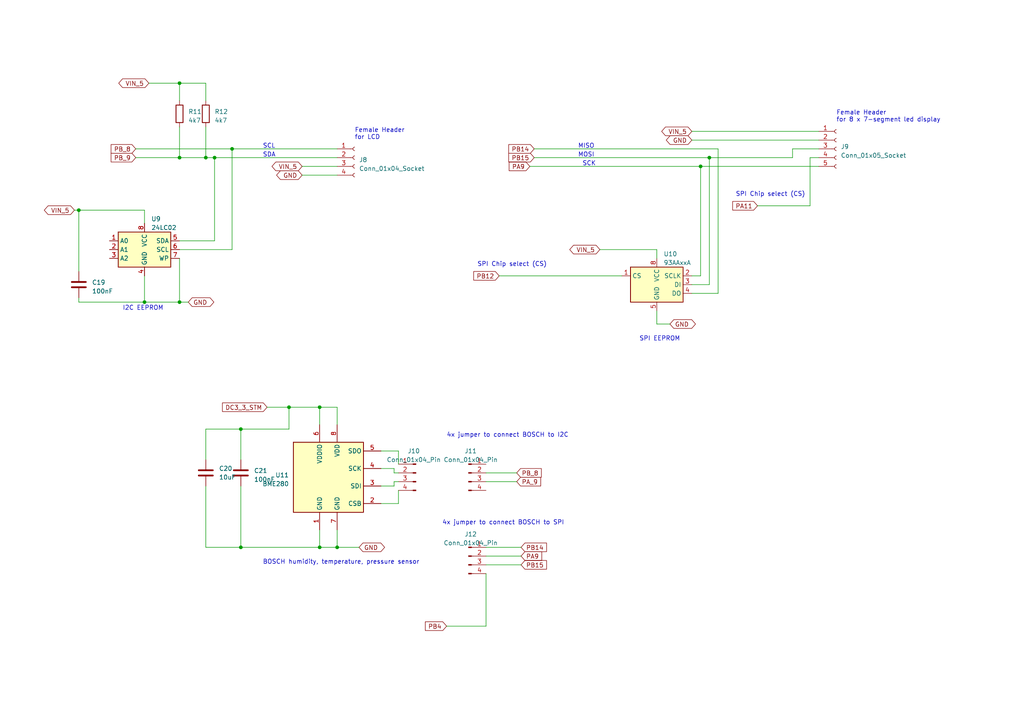
<source format=kicad_sch>
(kicad_sch (version 20230121) (generator eeschema)

  (uuid 3f3a8a15-31e3-42b8-8eea-5b0d1ebc5744)

  (paper "A4")

  (lib_symbols
    (symbol "Connector:Conn_01x04_Pin" (pin_names (offset 1.016) hide) (in_bom yes) (on_board yes)
      (property "Reference" "J" (at 0 5.08 0)
        (effects (font (size 1.27 1.27)))
      )
      (property "Value" "Conn_01x04_Pin" (at 0 -7.62 0)
        (effects (font (size 1.27 1.27)))
      )
      (property "Footprint" "" (at 0 0 0)
        (effects (font (size 1.27 1.27)) hide)
      )
      (property "Datasheet" "~" (at 0 0 0)
        (effects (font (size 1.27 1.27)) hide)
      )
      (property "ki_locked" "" (at 0 0 0)
        (effects (font (size 1.27 1.27)))
      )
      (property "ki_keywords" "connector" (at 0 0 0)
        (effects (font (size 1.27 1.27)) hide)
      )
      (property "ki_description" "Generic connector, single row, 01x04, script generated" (at 0 0 0)
        (effects (font (size 1.27 1.27)) hide)
      )
      (property "ki_fp_filters" "Connector*:*_1x??_*" (at 0 0 0)
        (effects (font (size 1.27 1.27)) hide)
      )
      (symbol "Conn_01x04_Pin_1_1"
        (polyline
          (pts
            (xy 1.27 -5.08)
            (xy 0.8636 -5.08)
          )
          (stroke (width 0.1524) (type default))
          (fill (type none))
        )
        (polyline
          (pts
            (xy 1.27 -2.54)
            (xy 0.8636 -2.54)
          )
          (stroke (width 0.1524) (type default))
          (fill (type none))
        )
        (polyline
          (pts
            (xy 1.27 0)
            (xy 0.8636 0)
          )
          (stroke (width 0.1524) (type default))
          (fill (type none))
        )
        (polyline
          (pts
            (xy 1.27 2.54)
            (xy 0.8636 2.54)
          )
          (stroke (width 0.1524) (type default))
          (fill (type none))
        )
        (rectangle (start 0.8636 -4.953) (end 0 -5.207)
          (stroke (width 0.1524) (type default))
          (fill (type outline))
        )
        (rectangle (start 0.8636 -2.413) (end 0 -2.667)
          (stroke (width 0.1524) (type default))
          (fill (type outline))
        )
        (rectangle (start 0.8636 0.127) (end 0 -0.127)
          (stroke (width 0.1524) (type default))
          (fill (type outline))
        )
        (rectangle (start 0.8636 2.667) (end 0 2.413)
          (stroke (width 0.1524) (type default))
          (fill (type outline))
        )
        (pin passive line (at 5.08 2.54 180) (length 3.81)
          (name "Pin_1" (effects (font (size 1.27 1.27))))
          (number "1" (effects (font (size 1.27 1.27))))
        )
        (pin passive line (at 5.08 0 180) (length 3.81)
          (name "Pin_2" (effects (font (size 1.27 1.27))))
          (number "2" (effects (font (size 1.27 1.27))))
        )
        (pin passive line (at 5.08 -2.54 180) (length 3.81)
          (name "Pin_3" (effects (font (size 1.27 1.27))))
          (number "3" (effects (font (size 1.27 1.27))))
        )
        (pin passive line (at 5.08 -5.08 180) (length 3.81)
          (name "Pin_4" (effects (font (size 1.27 1.27))))
          (number "4" (effects (font (size 1.27 1.27))))
        )
      )
    )
    (symbol "Connector:Conn_01x04_Socket" (pin_names (offset 1.016) hide) (in_bom yes) (on_board yes)
      (property "Reference" "J" (at 0 5.08 0)
        (effects (font (size 1.27 1.27)))
      )
      (property "Value" "Conn_01x04_Socket" (at 0 -7.62 0)
        (effects (font (size 1.27 1.27)))
      )
      (property "Footprint" "" (at 0 0 0)
        (effects (font (size 1.27 1.27)) hide)
      )
      (property "Datasheet" "~" (at 0 0 0)
        (effects (font (size 1.27 1.27)) hide)
      )
      (property "ki_locked" "" (at 0 0 0)
        (effects (font (size 1.27 1.27)))
      )
      (property "ki_keywords" "connector" (at 0 0 0)
        (effects (font (size 1.27 1.27)) hide)
      )
      (property "ki_description" "Generic connector, single row, 01x04, script generated" (at 0 0 0)
        (effects (font (size 1.27 1.27)) hide)
      )
      (property "ki_fp_filters" "Connector*:*_1x??_*" (at 0 0 0)
        (effects (font (size 1.27 1.27)) hide)
      )
      (symbol "Conn_01x04_Socket_1_1"
        (arc (start 0 -4.572) (mid -0.5058 -5.08) (end 0 -5.588)
          (stroke (width 0.1524) (type default))
          (fill (type none))
        )
        (arc (start 0 -2.032) (mid -0.5058 -2.54) (end 0 -3.048)
          (stroke (width 0.1524) (type default))
          (fill (type none))
        )
        (polyline
          (pts
            (xy -1.27 -5.08)
            (xy -0.508 -5.08)
          )
          (stroke (width 0.1524) (type default))
          (fill (type none))
        )
        (polyline
          (pts
            (xy -1.27 -2.54)
            (xy -0.508 -2.54)
          )
          (stroke (width 0.1524) (type default))
          (fill (type none))
        )
        (polyline
          (pts
            (xy -1.27 0)
            (xy -0.508 0)
          )
          (stroke (width 0.1524) (type default))
          (fill (type none))
        )
        (polyline
          (pts
            (xy -1.27 2.54)
            (xy -0.508 2.54)
          )
          (stroke (width 0.1524) (type default))
          (fill (type none))
        )
        (arc (start 0 0.508) (mid -0.5058 0) (end 0 -0.508)
          (stroke (width 0.1524) (type default))
          (fill (type none))
        )
        (arc (start 0 3.048) (mid -0.5058 2.54) (end 0 2.032)
          (stroke (width 0.1524) (type default))
          (fill (type none))
        )
        (pin passive line (at -5.08 2.54 0) (length 3.81)
          (name "Pin_1" (effects (font (size 1.27 1.27))))
          (number "1" (effects (font (size 1.27 1.27))))
        )
        (pin passive line (at -5.08 0 0) (length 3.81)
          (name "Pin_2" (effects (font (size 1.27 1.27))))
          (number "2" (effects (font (size 1.27 1.27))))
        )
        (pin passive line (at -5.08 -2.54 0) (length 3.81)
          (name "Pin_3" (effects (font (size 1.27 1.27))))
          (number "3" (effects (font (size 1.27 1.27))))
        )
        (pin passive line (at -5.08 -5.08 0) (length 3.81)
          (name "Pin_4" (effects (font (size 1.27 1.27))))
          (number "4" (effects (font (size 1.27 1.27))))
        )
      )
    )
    (symbol "Connector:Conn_01x05_Socket" (pin_names (offset 1.016) hide) (in_bom yes) (on_board yes)
      (property "Reference" "J" (at 0 7.62 0)
        (effects (font (size 1.27 1.27)))
      )
      (property "Value" "Conn_01x05_Socket" (at 0 -7.62 0)
        (effects (font (size 1.27 1.27)))
      )
      (property "Footprint" "" (at 0 0 0)
        (effects (font (size 1.27 1.27)) hide)
      )
      (property "Datasheet" "~" (at 0 0 0)
        (effects (font (size 1.27 1.27)) hide)
      )
      (property "ki_locked" "" (at 0 0 0)
        (effects (font (size 1.27 1.27)))
      )
      (property "ki_keywords" "connector" (at 0 0 0)
        (effects (font (size 1.27 1.27)) hide)
      )
      (property "ki_description" "Generic connector, single row, 01x05, script generated" (at 0 0 0)
        (effects (font (size 1.27 1.27)) hide)
      )
      (property "ki_fp_filters" "Connector*:*_1x??_*" (at 0 0 0)
        (effects (font (size 1.27 1.27)) hide)
      )
      (symbol "Conn_01x05_Socket_1_1"
        (arc (start 0 -4.572) (mid -0.5058 -5.08) (end 0 -5.588)
          (stroke (width 0.1524) (type default))
          (fill (type none))
        )
        (arc (start 0 -2.032) (mid -0.5058 -2.54) (end 0 -3.048)
          (stroke (width 0.1524) (type default))
          (fill (type none))
        )
        (polyline
          (pts
            (xy -1.27 -5.08)
            (xy -0.508 -5.08)
          )
          (stroke (width 0.1524) (type default))
          (fill (type none))
        )
        (polyline
          (pts
            (xy -1.27 -2.54)
            (xy -0.508 -2.54)
          )
          (stroke (width 0.1524) (type default))
          (fill (type none))
        )
        (polyline
          (pts
            (xy -1.27 0)
            (xy -0.508 0)
          )
          (stroke (width 0.1524) (type default))
          (fill (type none))
        )
        (polyline
          (pts
            (xy -1.27 2.54)
            (xy -0.508 2.54)
          )
          (stroke (width 0.1524) (type default))
          (fill (type none))
        )
        (polyline
          (pts
            (xy -1.27 5.08)
            (xy -0.508 5.08)
          )
          (stroke (width 0.1524) (type default))
          (fill (type none))
        )
        (arc (start 0 0.508) (mid -0.5058 0) (end 0 -0.508)
          (stroke (width 0.1524) (type default))
          (fill (type none))
        )
        (arc (start 0 3.048) (mid -0.5058 2.54) (end 0 2.032)
          (stroke (width 0.1524) (type default))
          (fill (type none))
        )
        (arc (start 0 5.588) (mid -0.5058 5.08) (end 0 4.572)
          (stroke (width 0.1524) (type default))
          (fill (type none))
        )
        (pin passive line (at -5.08 5.08 0) (length 3.81)
          (name "Pin_1" (effects (font (size 1.27 1.27))))
          (number "1" (effects (font (size 1.27 1.27))))
        )
        (pin passive line (at -5.08 2.54 0) (length 3.81)
          (name "Pin_2" (effects (font (size 1.27 1.27))))
          (number "2" (effects (font (size 1.27 1.27))))
        )
        (pin passive line (at -5.08 0 0) (length 3.81)
          (name "Pin_3" (effects (font (size 1.27 1.27))))
          (number "3" (effects (font (size 1.27 1.27))))
        )
        (pin passive line (at -5.08 -2.54 0) (length 3.81)
          (name "Pin_4" (effects (font (size 1.27 1.27))))
          (number "4" (effects (font (size 1.27 1.27))))
        )
        (pin passive line (at -5.08 -5.08 0) (length 3.81)
          (name "Pin_5" (effects (font (size 1.27 1.27))))
          (number "5" (effects (font (size 1.27 1.27))))
        )
      )
    )
    (symbol "Device:C" (pin_numbers hide) (pin_names (offset 0.254)) (in_bom yes) (on_board yes)
      (property "Reference" "C" (at 0.635 2.54 0)
        (effects (font (size 1.27 1.27)) (justify left))
      )
      (property "Value" "C" (at 0.635 -2.54 0)
        (effects (font (size 1.27 1.27)) (justify left))
      )
      (property "Footprint" "" (at 0.9652 -3.81 0)
        (effects (font (size 1.27 1.27)) hide)
      )
      (property "Datasheet" "~" (at 0 0 0)
        (effects (font (size 1.27 1.27)) hide)
      )
      (property "ki_keywords" "cap capacitor" (at 0 0 0)
        (effects (font (size 1.27 1.27)) hide)
      )
      (property "ki_description" "Unpolarized capacitor" (at 0 0 0)
        (effects (font (size 1.27 1.27)) hide)
      )
      (property "ki_fp_filters" "C_*" (at 0 0 0)
        (effects (font (size 1.27 1.27)) hide)
      )
      (symbol "C_0_1"
        (polyline
          (pts
            (xy -2.032 -0.762)
            (xy 2.032 -0.762)
          )
          (stroke (width 0.508) (type default))
          (fill (type none))
        )
        (polyline
          (pts
            (xy -2.032 0.762)
            (xy 2.032 0.762)
          )
          (stroke (width 0.508) (type default))
          (fill (type none))
        )
      )
      (symbol "C_1_1"
        (pin passive line (at 0 3.81 270) (length 2.794)
          (name "~" (effects (font (size 1.27 1.27))))
          (number "1" (effects (font (size 1.27 1.27))))
        )
        (pin passive line (at 0 -3.81 90) (length 2.794)
          (name "~" (effects (font (size 1.27 1.27))))
          (number "2" (effects (font (size 1.27 1.27))))
        )
      )
    )
    (symbol "Device:R" (pin_numbers hide) (pin_names (offset 0)) (in_bom yes) (on_board yes)
      (property "Reference" "R" (at 2.032 0 90)
        (effects (font (size 1.27 1.27)))
      )
      (property "Value" "R" (at 0 0 90)
        (effects (font (size 1.27 1.27)))
      )
      (property "Footprint" "" (at -1.778 0 90)
        (effects (font (size 1.27 1.27)) hide)
      )
      (property "Datasheet" "~" (at 0 0 0)
        (effects (font (size 1.27 1.27)) hide)
      )
      (property "ki_keywords" "R res resistor" (at 0 0 0)
        (effects (font (size 1.27 1.27)) hide)
      )
      (property "ki_description" "Resistor" (at 0 0 0)
        (effects (font (size 1.27 1.27)) hide)
      )
      (property "ki_fp_filters" "R_*" (at 0 0 0)
        (effects (font (size 1.27 1.27)) hide)
      )
      (symbol "R_0_1"
        (rectangle (start -1.016 -2.54) (end 1.016 2.54)
          (stroke (width 0.254) (type default))
          (fill (type none))
        )
      )
      (symbol "R_1_1"
        (pin passive line (at 0 3.81 270) (length 1.27)
          (name "~" (effects (font (size 1.27 1.27))))
          (number "1" (effects (font (size 1.27 1.27))))
        )
        (pin passive line (at 0 -3.81 90) (length 1.27)
          (name "~" (effects (font (size 1.27 1.27))))
          (number "2" (effects (font (size 1.27 1.27))))
        )
      )
    )
    (symbol "Memory_EEPROM:24LC02" (in_bom yes) (on_board yes)
      (property "Reference" "U" (at -6.35 6.35 0)
        (effects (font (size 1.27 1.27)))
      )
      (property "Value" "24LC02" (at 1.27 6.35 0)
        (effects (font (size 1.27 1.27)) (justify left))
      )
      (property "Footprint" "" (at 0 0 0)
        (effects (font (size 1.27 1.27)) hide)
      )
      (property "Datasheet" "http://ww1.microchip.com/downloads/en/DeviceDoc/21709c.pdf" (at 0 0 0)
        (effects (font (size 1.27 1.27)) hide)
      )
      (property "ki_keywords" "I2C Serial EEPROM" (at 0 0 0)
        (effects (font (size 1.27 1.27)) hide)
      )
      (property "ki_description" "I2C Serial EEPROM, 2Kb, DIP-8/SOIC-8/TSSOP-8/DFN-8" (at 0 0 0)
        (effects (font (size 1.27 1.27)) hide)
      )
      (property "ki_fp_filters" "DIP*W7.62mm* SOIC*3.9x4.9mm* TSSOP*4.4x3mm*P0.65mm* DFN*3x2mm*P0.5mm*" (at 0 0 0)
        (effects (font (size 1.27 1.27)) hide)
      )
      (symbol "24LC02_1_1"
        (rectangle (start -7.62 5.08) (end 7.62 -5.08)
          (stroke (width 0.254) (type default))
          (fill (type background))
        )
        (pin input line (at -10.16 2.54 0) (length 2.54)
          (name "A0" (effects (font (size 1.27 1.27))))
          (number "1" (effects (font (size 1.27 1.27))))
        )
        (pin input line (at -10.16 0 0) (length 2.54)
          (name "A1" (effects (font (size 1.27 1.27))))
          (number "2" (effects (font (size 1.27 1.27))))
        )
        (pin input line (at -10.16 -2.54 0) (length 2.54)
          (name "A2" (effects (font (size 1.27 1.27))))
          (number "3" (effects (font (size 1.27 1.27))))
        )
        (pin power_in line (at 0 -7.62 90) (length 2.54)
          (name "GND" (effects (font (size 1.27 1.27))))
          (number "4" (effects (font (size 1.27 1.27))))
        )
        (pin bidirectional line (at 10.16 2.54 180) (length 2.54)
          (name "SDA" (effects (font (size 1.27 1.27))))
          (number "5" (effects (font (size 1.27 1.27))))
        )
        (pin input line (at 10.16 0 180) (length 2.54)
          (name "SCL" (effects (font (size 1.27 1.27))))
          (number "6" (effects (font (size 1.27 1.27))))
        )
        (pin input line (at 10.16 -2.54 180) (length 2.54)
          (name "WP" (effects (font (size 1.27 1.27))))
          (number "7" (effects (font (size 1.27 1.27))))
        )
        (pin power_in line (at 0 7.62 270) (length 2.54)
          (name "VCC" (effects (font (size 1.27 1.27))))
          (number "8" (effects (font (size 1.27 1.27))))
        )
      )
    )
    (symbol "Memory_EEPROM:93AAxxA" (in_bom yes) (on_board yes)
      (property "Reference" "U" (at -7.62 6.35 0)
        (effects (font (size 1.27 1.27)))
      )
      (property "Value" "93AAxxA" (at 2.54 -6.35 0)
        (effects (font (size 1.27 1.27)) (justify left))
      )
      (property "Footprint" "" (at 0 0 0)
        (effects (font (size 1.27 1.27)) hide)
      )
      (property "Datasheet" "http://ww1.microchip.com/downloads/en/DeviceDoc/20001749K.pdf" (at 0 0 0)
        (effects (font (size 1.27 1.27)) hide)
      )
      (property "ki_keywords" "EEPROM memory Microwire" (at 0 0 0)
        (effects (font (size 1.27 1.27)) hide)
      )
      (property "ki_description" "Serial EEPROM, 93 Series, 1.8V, DIP-8/SOIC-8" (at 0 0 0)
        (effects (font (size 1.27 1.27)) hide)
      )
      (property "ki_fp_filters" "DIP*W7.62mm* SOIC*3.9x4.9mm*" (at 0 0 0)
        (effects (font (size 1.27 1.27)) hide)
      )
      (symbol "93AAxxA_1_1"
        (rectangle (start -7.62 5.08) (end 7.62 -5.08)
          (stroke (width 0.254) (type default))
          (fill (type background))
        )
        (pin input line (at -10.16 2.54 0) (length 2.54)
          (name "CS" (effects (font (size 1.27 1.27))))
          (number "1" (effects (font (size 1.27 1.27))))
        )
        (pin input line (at 10.16 2.54 180) (length 2.54)
          (name "SCLK" (effects (font (size 1.27 1.27))))
          (number "2" (effects (font (size 1.27 1.27))))
        )
        (pin input line (at 10.16 0 180) (length 2.54)
          (name "DI" (effects (font (size 1.27 1.27))))
          (number "3" (effects (font (size 1.27 1.27))))
        )
        (pin tri_state line (at 10.16 -2.54 180) (length 2.54)
          (name "DO" (effects (font (size 1.27 1.27))))
          (number "4" (effects (font (size 1.27 1.27))))
        )
        (pin power_in line (at 0 -7.62 90) (length 2.54)
          (name "GND" (effects (font (size 1.27 1.27))))
          (number "5" (effects (font (size 1.27 1.27))))
        )
        (pin no_connect line (at -7.62 0 0) (length 2.54) hide
          (name "NC" (effects (font (size 1.27 1.27))))
          (number "6" (effects (font (size 1.27 1.27))))
        )
        (pin no_connect line (at -7.62 -2.54 0) (length 2.54) hide
          (name "NC" (effects (font (size 1.27 1.27))))
          (number "7" (effects (font (size 1.27 1.27))))
        )
        (pin power_in line (at 0 7.62 270) (length 2.54)
          (name "VCC" (effects (font (size 1.27 1.27))))
          (number "8" (effects (font (size 1.27 1.27))))
        )
      )
    )
    (symbol "Sensor:BME280" (in_bom yes) (on_board yes)
      (property "Reference" "U" (at -8.89 11.43 0)
        (effects (font (size 1.27 1.27)))
      )
      (property "Value" "BME280" (at 7.62 11.43 0)
        (effects (font (size 1.27 1.27)))
      )
      (property "Footprint" "Package_LGA:Bosch_LGA-8_2.5x2.5mm_P0.65mm_ClockwisePinNumbering" (at 38.1 -11.43 0)
        (effects (font (size 1.27 1.27)) hide)
      )
      (property "Datasheet" "https://www.bosch-sensortec.com/media/boschsensortec/downloads/datasheets/bst-bme280-ds002.pdf" (at 0 -5.08 0)
        (effects (font (size 1.27 1.27)) hide)
      )
      (property "ki_keywords" "Bosch pressure humidity temperature environment environmental measurement digital" (at 0 0 0)
        (effects (font (size 1.27 1.27)) hide)
      )
      (property "ki_description" "3-in-1 sensor, humidity, pressure, temperature, I2C and SPI interface, 1.71-3.6V, LGA-8" (at 0 0 0)
        (effects (font (size 1.27 1.27)) hide)
      )
      (property "ki_fp_filters" "*LGA*2.5x2.5mm*P0.65mm*Clockwise*" (at 0 0 0)
        (effects (font (size 1.27 1.27)) hide)
      )
      (symbol "BME280_0_1"
        (rectangle (start -10.16 10.16) (end 10.16 -10.16)
          (stroke (width 0.254) (type default))
          (fill (type background))
        )
      )
      (symbol "BME280_1_1"
        (pin power_in line (at -2.54 -15.24 90) (length 5.08)
          (name "GND" (effects (font (size 1.27 1.27))))
          (number "1" (effects (font (size 1.27 1.27))))
        )
        (pin input line (at 15.24 -7.62 180) (length 5.08)
          (name "CSB" (effects (font (size 1.27 1.27))))
          (number "2" (effects (font (size 1.27 1.27))))
        )
        (pin bidirectional line (at 15.24 -2.54 180) (length 5.08)
          (name "SDI" (effects (font (size 1.27 1.27))))
          (number "3" (effects (font (size 1.27 1.27))))
        )
        (pin input line (at 15.24 2.54 180) (length 5.08)
          (name "SCK" (effects (font (size 1.27 1.27))))
          (number "4" (effects (font (size 1.27 1.27))))
        )
        (pin bidirectional line (at 15.24 7.62 180) (length 5.08)
          (name "SDO" (effects (font (size 1.27 1.27))))
          (number "5" (effects (font (size 1.27 1.27))))
        )
        (pin power_in line (at -2.54 15.24 270) (length 5.08)
          (name "VDDIO" (effects (font (size 1.27 1.27))))
          (number "6" (effects (font (size 1.27 1.27))))
        )
        (pin power_in line (at 2.54 -15.24 90) (length 5.08)
          (name "GND" (effects (font (size 1.27 1.27))))
          (number "7" (effects (font (size 1.27 1.27))))
        )
        (pin power_in line (at 2.54 15.24 270) (length 5.08)
          (name "VDD" (effects (font (size 1.27 1.27))))
          (number "8" (effects (font (size 1.27 1.27))))
        )
      )
    )
  )

  (junction (at 62.23 45.72) (diameter 0) (color 0 0 0 0)
    (uuid 0374e728-63a4-46a9-a8b7-5c524442d74d)
  )
  (junction (at 22.86 60.96) (diameter 0) (color 0 0 0 0)
    (uuid 3198a7c2-6eff-491f-8374-abef72bde296)
  )
  (junction (at 52.07 45.72) (diameter 0) (color 0 0 0 0)
    (uuid 334e381b-84a6-4f23-8c3d-408b99434f84)
  )
  (junction (at 92.71 118.11) (diameter 0) (color 0 0 0 0)
    (uuid 49c50adc-9608-4922-a4ad-d44709ad913b)
  )
  (junction (at 52.07 87.63) (diameter 0) (color 0 0 0 0)
    (uuid 5250a1f6-4134-4be5-88b4-7edb5131c34f)
  )
  (junction (at 41.91 87.63) (diameter 0) (color 0 0 0 0)
    (uuid 52663d21-699a-457e-87c2-36292147d4d6)
  )
  (junction (at 59.69 45.72) (diameter 0) (color 0 0 0 0)
    (uuid 78f3fa4f-e342-4951-9b22-2cd0ecb5ad02)
  )
  (junction (at 83.82 118.11) (diameter 0) (color 0 0 0 0)
    (uuid 98095d4d-75c5-4440-8f5f-0c9ef4927e4a)
  )
  (junction (at 203.2 48.26) (diameter 0) (color 0 0 0 0)
    (uuid a014eece-1127-41ff-aafc-17acb662e234)
  )
  (junction (at 97.79 158.75) (diameter 0) (color 0 0 0 0)
    (uuid a4dd1d0f-0653-44e2-8cb3-d6110d9319c7)
  )
  (junction (at 52.07 24.13) (diameter 0) (color 0 0 0 0)
    (uuid a988366f-6442-42cd-9da5-acd80ee2e172)
  )
  (junction (at 69.85 158.75) (diameter 0) (color 0 0 0 0)
    (uuid b0ecb996-8776-4055-b64b-5edc74d30cb1)
  )
  (junction (at 69.85 124.46) (diameter 0) (color 0 0 0 0)
    (uuid beb41e9a-ca15-42e4-bc6a-58012d761a6c)
  )
  (junction (at 205.74 45.72) (diameter 0) (color 0 0 0 0)
    (uuid bf33c7b9-fee2-49ca-9625-c62c4dc35bde)
  )
  (junction (at 92.71 158.75) (diameter 0) (color 0 0 0 0)
    (uuid c60cf829-3472-4db3-9c2b-361f2b7d3ac3)
  )
  (junction (at 67.31 43.18) (diameter 0) (color 0 0 0 0)
    (uuid e7554bec-c29b-4b7b-a0a5-6588d8b0c1db)
  )

  (wire (pts (xy 203.2 48.26) (xy 237.49 48.26))
    (stroke (width 0) (type default))
    (uuid 002e9df0-4353-4aba-8343-963073fed061)
  )
  (wire (pts (xy 52.07 72.39) (xy 67.31 72.39))
    (stroke (width 0) (type default))
    (uuid 0050cf2c-aff3-47be-ab5c-327008373136)
  )
  (wire (pts (xy 205.74 82.55) (xy 205.74 45.72))
    (stroke (width 0) (type default))
    (uuid 00764aa9-55c5-463c-a134-f65a0ec523ce)
  )
  (wire (pts (xy 21.59 60.96) (xy 22.86 60.96))
    (stroke (width 0) (type default))
    (uuid 00c3c23e-4e5e-453b-aa5b-35a4fd23b62e)
  )
  (wire (pts (xy 229.87 43.18) (xy 237.49 43.18))
    (stroke (width 0) (type default))
    (uuid 01e929cf-621a-4509-bcba-6a7615e86d7a)
  )
  (wire (pts (xy 205.74 45.72) (xy 229.87 45.72))
    (stroke (width 0) (type default))
    (uuid 02bbe0db-22dc-4273-baa4-25612966cc87)
  )
  (wire (pts (xy 39.37 45.72) (xy 52.07 45.72))
    (stroke (width 0) (type default))
    (uuid 09e647a6-08d8-4a63-8064-fc366d488c33)
  )
  (wire (pts (xy 140.97 161.29) (xy 151.13 161.29))
    (stroke (width 0) (type default))
    (uuid 134d5dcd-a471-47d9-8f40-214db65704b1)
  )
  (wire (pts (xy 41.91 87.63) (xy 52.07 87.63))
    (stroke (width 0) (type default))
    (uuid 151482da-d27e-4788-9444-7fb11f85d534)
  )
  (wire (pts (xy 59.69 24.13) (xy 52.07 24.13))
    (stroke (width 0) (type default))
    (uuid 1515aed6-8b13-4c04-a61c-8609a6d1be34)
  )
  (wire (pts (xy 153.67 48.26) (xy 203.2 48.26))
    (stroke (width 0) (type default))
    (uuid 1582cfaf-7a79-43f2-9800-5e756e531043)
  )
  (wire (pts (xy 41.91 80.01) (xy 41.91 87.63))
    (stroke (width 0) (type default))
    (uuid 1c050c9f-e28b-4aea-9edd-ad136a3e7bd9)
  )
  (wire (pts (xy 67.31 43.18) (xy 97.79 43.18))
    (stroke (width 0) (type default))
    (uuid 1df6b3a0-0611-484e-bcb9-7ed98f07feb8)
  )
  (wire (pts (xy 129.54 181.61) (xy 140.97 181.61))
    (stroke (width 0) (type default))
    (uuid 20c2e2b7-9fc8-4e61-84dd-104426b36ebe)
  )
  (wire (pts (xy 22.86 86.36) (xy 22.86 87.63))
    (stroke (width 0) (type default))
    (uuid 24851075-1c3c-42a7-a63a-b0d0e5ea6083)
  )
  (wire (pts (xy 54.61 87.63) (xy 52.07 87.63))
    (stroke (width 0) (type default))
    (uuid 2506e209-7afc-431d-a9a0-e315060e44a0)
  )
  (wire (pts (xy 140.97 181.61) (xy 140.97 166.37))
    (stroke (width 0) (type default))
    (uuid 28669e7e-7b5c-463b-9180-1f4ed41c8cea)
  )
  (wire (pts (xy 41.91 60.96) (xy 41.91 64.77))
    (stroke (width 0) (type default))
    (uuid 2946e605-48f1-4537-93e5-3745cd6716e0)
  )
  (wire (pts (xy 200.66 38.1) (xy 237.49 38.1))
    (stroke (width 0) (type default))
    (uuid 2af26fd8-ede2-4366-ae2b-bde6241d9794)
  )
  (wire (pts (xy 154.94 43.18) (xy 208.28 43.18))
    (stroke (width 0) (type default))
    (uuid 2b53c271-9f3e-40f8-945e-47413bce894a)
  )
  (wire (pts (xy 52.07 69.85) (xy 62.23 69.85))
    (stroke (width 0) (type default))
    (uuid 2c6f8772-6c50-4866-813d-5b6b28c55260)
  )
  (wire (pts (xy 77.47 118.11) (xy 83.82 118.11))
    (stroke (width 0) (type default))
    (uuid 386905a8-0b43-486d-8a5b-203b3b221e4e)
  )
  (wire (pts (xy 52.07 24.13) (xy 52.07 29.21))
    (stroke (width 0) (type default))
    (uuid 403a7793-fa3a-423c-8e73-ea190e8805aa)
  )
  (wire (pts (xy 87.63 50.8) (xy 97.79 50.8))
    (stroke (width 0) (type default))
    (uuid 43f9496d-9b62-4802-8d77-cbf67ba8f9e8)
  )
  (wire (pts (xy 140.97 158.75) (xy 151.13 158.75))
    (stroke (width 0) (type default))
    (uuid 4c7d8371-486d-4711-b3a1-459804f58793)
  )
  (wire (pts (xy 234.95 59.69) (xy 234.95 45.72))
    (stroke (width 0) (type default))
    (uuid 4ed1eb80-d86a-4909-a405-8324f30b5ce1)
  )
  (wire (pts (xy 59.69 36.83) (xy 59.69 45.72))
    (stroke (width 0) (type default))
    (uuid 5431ff5c-acab-409e-8bb9-e05471f702bb)
  )
  (wire (pts (xy 140.97 139.7) (xy 149.86 139.7))
    (stroke (width 0) (type default))
    (uuid 58b91773-8194-451b-8408-fab02469d4d5)
  )
  (wire (pts (xy 144.78 80.01) (xy 180.34 80.01))
    (stroke (width 0) (type default))
    (uuid 58d6e322-eea8-403d-8db7-d00cf7aed8aa)
  )
  (wire (pts (xy 115.57 130.81) (xy 115.57 134.62))
    (stroke (width 0) (type default))
    (uuid 5cbe2ace-c64d-4c2f-9bda-8e00895921ff)
  )
  (wire (pts (xy 69.85 140.97) (xy 69.85 158.75))
    (stroke (width 0) (type default))
    (uuid 5da1df72-fa6c-42b9-bfd0-881d388b4318)
  )
  (wire (pts (xy 194.31 93.98) (xy 190.5 93.98))
    (stroke (width 0) (type default))
    (uuid 6531c84f-372b-4a20-a66a-96a5ce1e00a6)
  )
  (wire (pts (xy 69.85 124.46) (xy 83.82 124.46))
    (stroke (width 0) (type default))
    (uuid 72a80419-7945-48f8-a23e-20927f80f396)
  )
  (wire (pts (xy 200.66 80.01) (xy 203.2 80.01))
    (stroke (width 0) (type default))
    (uuid 785da9c5-5a8f-4f98-957a-a8ce5c30f33e)
  )
  (wire (pts (xy 92.71 153.67) (xy 92.71 158.75))
    (stroke (width 0) (type default))
    (uuid 7a886de2-3ad4-4a56-a64c-e5e593841020)
  )
  (wire (pts (xy 97.79 158.75) (xy 97.79 153.67))
    (stroke (width 0) (type default))
    (uuid 7b585171-4bfa-41d8-945c-0a4524b49d14)
  )
  (wire (pts (xy 92.71 118.11) (xy 92.71 123.19))
    (stroke (width 0) (type default))
    (uuid 80df8e08-23e8-4e63-b489-88935795c084)
  )
  (wire (pts (xy 110.49 135.89) (xy 114.3 135.89))
    (stroke (width 0) (type default))
    (uuid 821fea60-90b3-487d-80fb-f49dc1485a32)
  )
  (wire (pts (xy 83.82 118.11) (xy 92.71 118.11))
    (stroke (width 0) (type default))
    (uuid 82c0df89-4a21-45db-b2e6-f0915f371bd3)
  )
  (wire (pts (xy 22.86 60.96) (xy 41.91 60.96))
    (stroke (width 0) (type default))
    (uuid 8353c65b-b563-474b-aaf1-ae2be2bcf8b2)
  )
  (wire (pts (xy 22.86 87.63) (xy 41.91 87.63))
    (stroke (width 0) (type default))
    (uuid 838eef5f-c92d-4422-89ae-9ac403f72b63)
  )
  (wire (pts (xy 69.85 133.35) (xy 69.85 124.46))
    (stroke (width 0) (type default))
    (uuid 8639b312-14b9-46af-8396-8ccce8a5f3d4)
  )
  (wire (pts (xy 173.99 72.39) (xy 190.5 72.39))
    (stroke (width 0) (type default))
    (uuid 88a7d882-86f7-4d65-a405-f717972d206d)
  )
  (wire (pts (xy 52.07 36.83) (xy 52.07 45.72))
    (stroke (width 0) (type default))
    (uuid 88be2cf7-8bd4-4ebe-ad7b-76cc4124c028)
  )
  (wire (pts (xy 52.07 87.63) (xy 52.07 74.93))
    (stroke (width 0) (type default))
    (uuid 8a2f728a-a234-4383-afe0-1a4f5765e623)
  )
  (wire (pts (xy 69.85 158.75) (xy 92.71 158.75))
    (stroke (width 0) (type default))
    (uuid 8d4f3332-663f-44bc-af97-a80ad66fef9f)
  )
  (wire (pts (xy 114.3 140.97) (xy 114.3 139.7))
    (stroke (width 0) (type default))
    (uuid 91c592b9-fac7-4057-9d1c-9eb9af1dfead)
  )
  (wire (pts (xy 59.69 124.46) (xy 69.85 124.46))
    (stroke (width 0) (type default))
    (uuid 9460f628-432f-4e3a-a779-b157db4c9e91)
  )
  (wire (pts (xy 114.3 139.7) (xy 115.57 139.7))
    (stroke (width 0) (type default))
    (uuid 998b1370-ec2d-42a1-a4aa-c423df6699fe)
  )
  (wire (pts (xy 59.69 45.72) (xy 62.23 45.72))
    (stroke (width 0) (type default))
    (uuid 9b3c4b3a-45d7-406c-a2ea-a5fa6caf981d)
  )
  (wire (pts (xy 200.66 82.55) (xy 205.74 82.55))
    (stroke (width 0) (type default))
    (uuid a0a3b0c9-e7c9-465f-aaf7-6d8d72cf41ee)
  )
  (wire (pts (xy 59.69 133.35) (xy 59.69 124.46))
    (stroke (width 0) (type default))
    (uuid a0b04f50-e7e0-4499-963e-50ff8878791e)
  )
  (wire (pts (xy 190.5 72.39) (xy 190.5 74.93))
    (stroke (width 0) (type default))
    (uuid a294f1f4-7f57-4402-91cf-b928731289c8)
  )
  (wire (pts (xy 97.79 123.19) (xy 97.79 118.11))
    (stroke (width 0) (type default))
    (uuid a353d7a6-193f-470a-947e-a935d08da8ca)
  )
  (wire (pts (xy 114.3 135.89) (xy 114.3 137.16))
    (stroke (width 0) (type default))
    (uuid a3fc14be-261f-47c6-ad8c-975c518abfc6)
  )
  (wire (pts (xy 229.87 45.72) (xy 229.87 43.18))
    (stroke (width 0) (type default))
    (uuid a63cc70c-3599-44e6-a3ba-10bee15fc920)
  )
  (wire (pts (xy 110.49 130.81) (xy 115.57 130.81))
    (stroke (width 0) (type default))
    (uuid a9545735-6451-42a8-b788-20079a7c4113)
  )
  (wire (pts (xy 59.69 158.75) (xy 69.85 158.75))
    (stroke (width 0) (type default))
    (uuid a975bac5-1d7f-4784-819a-96ddae8aaaa3)
  )
  (wire (pts (xy 114.3 137.16) (xy 115.57 137.16))
    (stroke (width 0) (type default))
    (uuid abe78767-4167-4b1f-9773-bf56427924f2)
  )
  (wire (pts (xy 154.94 45.72) (xy 205.74 45.72))
    (stroke (width 0) (type default))
    (uuid b120d395-2522-473d-b044-83b6e29ff75f)
  )
  (wire (pts (xy 190.5 93.98) (xy 190.5 90.17))
    (stroke (width 0) (type default))
    (uuid b1edc1bd-9bca-49e5-8a1c-66c6e095d028)
  )
  (wire (pts (xy 140.97 137.16) (xy 149.86 137.16))
    (stroke (width 0) (type default))
    (uuid b4e229f7-a86c-430d-b8e1-2d5c1bef4a47)
  )
  (wire (pts (xy 234.95 45.72) (xy 237.49 45.72))
    (stroke (width 0) (type default))
    (uuid c08b7ae3-826c-46de-a2fc-2ebe3a381b31)
  )
  (wire (pts (xy 110.49 140.97) (xy 114.3 140.97))
    (stroke (width 0) (type default))
    (uuid c17eef35-fead-47eb-a6bb-ff4dc53510b9)
  )
  (wire (pts (xy 208.28 43.18) (xy 208.28 85.09))
    (stroke (width 0) (type default))
    (uuid c2cf74f4-acb5-4711-92cb-9777d6dfb9eb)
  )
  (wire (pts (xy 92.71 158.75) (xy 97.79 158.75))
    (stroke (width 0) (type default))
    (uuid c2eef3e1-d711-4b0f-b3db-586bb4bf385f)
  )
  (wire (pts (xy 97.79 118.11) (xy 92.71 118.11))
    (stroke (width 0) (type default))
    (uuid c46c25aa-8e07-43d3-8750-0d83b41f0807)
  )
  (wire (pts (xy 52.07 45.72) (xy 59.69 45.72))
    (stroke (width 0) (type default))
    (uuid c5476096-1d2d-45b4-8f29-d65053b7c10c)
  )
  (wire (pts (xy 62.23 45.72) (xy 97.79 45.72))
    (stroke (width 0) (type default))
    (uuid c5d67a6b-8eab-49d6-bdcd-01e3c83d6198)
  )
  (wire (pts (xy 110.49 146.05) (xy 115.57 146.05))
    (stroke (width 0) (type default))
    (uuid c8b1846e-5f1c-46ce-b862-fc6ffc37a731)
  )
  (wire (pts (xy 115.57 146.05) (xy 115.57 142.24))
    (stroke (width 0) (type default))
    (uuid ca530a50-5f9b-4eec-a14f-df7bfabffefc)
  )
  (wire (pts (xy 200.66 40.64) (xy 237.49 40.64))
    (stroke (width 0) (type default))
    (uuid cfb2808f-e903-487f-8434-67e5b41e61ff)
  )
  (wire (pts (xy 87.63 48.26) (xy 97.79 48.26))
    (stroke (width 0) (type default))
    (uuid d01a8ecf-7aba-4286-9307-b45dd07e0875)
  )
  (wire (pts (xy 203.2 80.01) (xy 203.2 48.26))
    (stroke (width 0) (type default))
    (uuid d2c979a2-8bab-48b0-88f1-cb9b992f0e0d)
  )
  (wire (pts (xy 219.71 59.69) (xy 234.95 59.69))
    (stroke (width 0) (type default))
    (uuid d34ee327-9d7c-4517-8058-b1d40d1f0377)
  )
  (wire (pts (xy 59.69 140.97) (xy 59.69 158.75))
    (stroke (width 0) (type default))
    (uuid d78509e6-88dc-4855-bc59-f84c470cfa33)
  )
  (wire (pts (xy 43.18 24.13) (xy 52.07 24.13))
    (stroke (width 0) (type default))
    (uuid e1d88cc8-f69e-44b5-ba34-5393cd7fc6b5)
  )
  (wire (pts (xy 67.31 72.39) (xy 67.31 43.18))
    (stroke (width 0) (type default))
    (uuid e523d876-d6f6-4fd7-8f90-c0fd4a36d2dd)
  )
  (wire (pts (xy 104.14 158.75) (xy 97.79 158.75))
    (stroke (width 0) (type default))
    (uuid e6712f34-10d4-4a66-a860-b8d7e5ebd7b6)
  )
  (wire (pts (xy 39.37 43.18) (xy 67.31 43.18))
    (stroke (width 0) (type default))
    (uuid e77e6de3-572d-4308-9376-bc11ba1fb0d2)
  )
  (wire (pts (xy 59.69 29.21) (xy 59.69 24.13))
    (stroke (width 0) (type default))
    (uuid f7d1b6ad-2a4f-4ff6-82dc-8869ac538613)
  )
  (wire (pts (xy 62.23 69.85) (xy 62.23 45.72))
    (stroke (width 0) (type default))
    (uuid f8991429-129d-4679-bda1-562d7a89095f)
  )
  (wire (pts (xy 22.86 60.96) (xy 22.86 78.74))
    (stroke (width 0) (type default))
    (uuid f97c27fd-44d6-4d83-87d9-7b61ac3ae5e4)
  )
  (wire (pts (xy 83.82 124.46) (xy 83.82 118.11))
    (stroke (width 0) (type default))
    (uuid fc3e600b-be43-4b82-9429-1082a70eea4e)
  )
  (wire (pts (xy 140.97 163.83) (xy 151.13 163.83))
    (stroke (width 0) (type default))
    (uuid fdd6f5d9-a969-47fd-98da-34caf74235b0)
  )
  (wire (pts (xy 200.66 85.09) (xy 208.28 85.09))
    (stroke (width 0) (type default))
    (uuid fe7b8580-0a48-4e61-a3ae-1d8f39b457c0)
  )

  (text "BOSCH humidity, temperature, pressure sensor" (at 76.2 163.83 0)
    (effects (font (size 1.27 1.27)) (justify left bottom))
    (uuid 016f11cb-987b-41f5-a90d-11ea68f925e5)
  )
  (text "SPI Chip select (CS)" (at 138.43 77.47 0)
    (effects (font (size 1.27 1.27)) (justify left bottom))
    (uuid 1205119d-9274-4b85-9957-66cf9b9a1786)
  )
  (text "MISO" (at 167.64 43.18 0)
    (effects (font (size 1.27 1.27)) (justify left bottom))
    (uuid 175550cc-3902-4db6-a711-84ae8feef48c)
  )
  (text "SDA" (at 76.2 45.72 0)
    (effects (font (size 1.27 1.27)) (justify left bottom))
    (uuid 2e7b7f94-c7e7-4afa-9997-e33c9cbf01cc)
  )
  (text "Female Header \nfor LCD" (at 102.87 40.64 0)
    (effects (font (size 1.27 1.27)) (justify left bottom))
    (uuid 5376c207-fba9-417e-ab3f-7c9db21f2c25)
  )
  (text "SCK" (at 168.91 48.26 0)
    (effects (font (size 1.27 1.27)) (justify left bottom))
    (uuid 5660574c-42fc-4812-a3d8-c8486b1e803e)
  )
  (text "Female Header \nfor 8 x 7-segment led display" (at 242.57 35.56 0)
    (effects (font (size 1.27 1.27)) (justify left bottom))
    (uuid 5a312122-03e8-4b04-89f2-4571dad92904)
  )
  (text "4x jumper to connect BOSCH to SPI" (at 128.27 152.4 0)
    (effects (font (size 1.27 1.27)) (justify left bottom))
    (uuid 64d55458-e262-4d5f-bb02-a29b79131ffa)
  )
  (text "4x jumper to connect BOSCH to I2C\n" (at 129.54 127 0)
    (effects (font (size 1.27 1.27)) (justify left bottom))
    (uuid 770d78db-aa52-4983-9371-0bb80c16c3a5)
  )
  (text "I2C EEPROM" (at 35.56 90.17 0)
    (effects (font (size 1.27 1.27)) (justify left bottom))
    (uuid 7c99a22e-3c7a-4441-9179-bff155c472e2)
  )
  (text "SPI Chip select (CS)" (at 213.36 57.15 0)
    (effects (font (size 1.27 1.27)) (justify left bottom))
    (uuid 7ff378a9-7e25-46ed-a1c7-6f844a2a5e2f)
  )
  (text "SCL" (at 76.2 43.18 0)
    (effects (font (size 1.27 1.27)) (justify left bottom))
    (uuid a59f8d65-7dbf-4669-874f-04237a7fa3ba)
  )
  (text "SPI EEPROM" (at 185.42 99.06 0)
    (effects (font (size 1.27 1.27)) (justify left bottom))
    (uuid e294535f-361f-4419-b6c4-884a833b5ed7)
  )
  (text "MOSI" (at 167.64 45.72 0)
    (effects (font (size 1.27 1.27)) (justify left bottom))
    (uuid efb49fe2-c329-4c95-a52e-206b3cc3ad19)
  )

  (global_label "VIN_5" (shape bidirectional) (at 87.63 48.26 180) (fields_autoplaced)
    (effects (font (size 1.27 1.27)) (justify right))
    (uuid 0e9a3217-d8af-4aee-b16c-3641558792e7)
    (property "Intersheetrefs" "${INTERSHEET_REFS}" (at 78.4119 48.26 0)
      (effects (font (size 1.27 1.27)) (justify right) hide)
    )
  )
  (global_label "PA11" (shape input) (at 219.71 59.69 180) (fields_autoplaced)
    (effects (font (size 1.27 1.27)) (justify right))
    (uuid 39dc0a2f-0865-4dec-be09-be4ab4dd1067)
    (property "Intersheetrefs" "${INTERSHEET_REFS}" (at 212.0266 59.69 0)
      (effects (font (size 1.27 1.27)) (justify right) hide)
    )
  )
  (global_label "VIN_5" (shape bidirectional) (at 43.18 24.13 180) (fields_autoplaced)
    (effects (font (size 1.27 1.27)) (justify right))
    (uuid 47f14d22-e458-452d-a028-b8518416de2a)
    (property "Intersheetrefs" "${INTERSHEET_REFS}" (at 33.9619 24.13 0)
      (effects (font (size 1.27 1.27)) (justify right) hide)
    )
  )
  (global_label "DC3_3_STM" (shape input) (at 77.47 118.11 180) (fields_autoplaced)
    (effects (font (size 1.27 1.27)) (justify right))
    (uuid 4d83522f-bc30-4acd-a995-0e89f7efdb47)
    (property "Intersheetrefs" "${INTERSHEET_REFS}" (at 64.0415 118.11 0)
      (effects (font (size 1.27 1.27)) (justify right) hide)
    )
  )
  (global_label "PB_8" (shape input) (at 149.86 137.16 0) (fields_autoplaced)
    (effects (font (size 1.27 1.27)) (justify left))
    (uuid 5b160a8d-fd5c-4a26-bf5d-b7439fbd9fcb)
    (property "Intersheetrefs" "${INTERSHEET_REFS}" (at 157.4829 137.16 0)
      (effects (font (size 1.27 1.27)) (justify left) hide)
    )
  )
  (global_label "GND" (shape bidirectional) (at 194.31 93.98 0) (fields_autoplaced)
    (effects (font (size 1.27 1.27)) (justify left))
    (uuid 61e76b20-0515-407a-b9ba-84d7ee0cb527)
    (property "Intersheetrefs" "${INTERSHEET_REFS}" (at 202.1976 93.98 0)
      (effects (font (size 1.27 1.27)) (justify left) hide)
    )
  )
  (global_label "PA_9" (shape input) (at 149.86 139.7 0) (fields_autoplaced)
    (effects (font (size 1.27 1.27)) (justify left))
    (uuid 6934b860-824e-4318-a000-cbd903c3f084)
    (property "Intersheetrefs" "${INTERSHEET_REFS}" (at 157.3015 139.7 0)
      (effects (font (size 1.27 1.27)) (justify left) hide)
    )
  )
  (global_label "PB15" (shape input) (at 151.13 163.83 0) (fields_autoplaced)
    (effects (font (size 1.27 1.27)) (justify left))
    (uuid 705eaf2d-448f-477f-a610-72b73be71d06)
    (property "Intersheetrefs" "${INTERSHEET_REFS}" (at 158.9948 163.83 0)
      (effects (font (size 1.27 1.27)) (justify left) hide)
    )
  )
  (global_label "PA9" (shape input) (at 153.67 48.26 180) (fields_autoplaced)
    (effects (font (size 1.27 1.27)) (justify right))
    (uuid 71c24589-04f0-472b-b2d2-a07a05b22eae)
    (property "Intersheetrefs" "${INTERSHEET_REFS}" (at 147.1961 48.26 0)
      (effects (font (size 1.27 1.27)) (justify right) hide)
    )
  )
  (global_label "PB4" (shape input) (at 129.54 181.61 180) (fields_autoplaced)
    (effects (font (size 1.27 1.27)) (justify right))
    (uuid 780b4eac-3711-4836-93ec-5efebdff322a)
    (property "Intersheetrefs" "${INTERSHEET_REFS}" (at 122.8847 181.61 0)
      (effects (font (size 1.27 1.27)) (justify right) hide)
    )
  )
  (global_label "PB15" (shape input) (at 154.94 45.72 180) (fields_autoplaced)
    (effects (font (size 1.27 1.27)) (justify right))
    (uuid 7fe34d00-4cba-497a-949f-0d0dd09754bb)
    (property "Intersheetrefs" "${INTERSHEET_REFS}" (at 147.0752 45.72 0)
      (effects (font (size 1.27 1.27)) (justify right) hide)
    )
  )
  (global_label "GND" (shape bidirectional) (at 87.63 50.8 180) (fields_autoplaced)
    (effects (font (size 1.27 1.27)) (justify right))
    (uuid 886d269f-a779-4ca4-838f-cbb97609a1ba)
    (property "Intersheetrefs" "${INTERSHEET_REFS}" (at 79.7424 50.8 0)
      (effects (font (size 1.27 1.27)) (justify right) hide)
    )
  )
  (global_label "VIN_5" (shape bidirectional) (at 173.99 72.39 180) (fields_autoplaced)
    (effects (font (size 1.27 1.27)) (justify right))
    (uuid 8936ecd3-1e46-4630-8dc8-27c92b10c8a1)
    (property "Intersheetrefs" "${INTERSHEET_REFS}" (at 164.7719 72.39 0)
      (effects (font (size 1.27 1.27)) (justify right) hide)
    )
  )
  (global_label "PB_8" (shape input) (at 39.37 43.18 180) (fields_autoplaced)
    (effects (font (size 1.27 1.27)) (justify right))
    (uuid 92eef64e-d1ae-43ac-9cbd-9cebd99a4018)
    (property "Intersheetrefs" "${INTERSHEET_REFS}" (at 31.7471 43.18 0)
      (effects (font (size 1.27 1.27)) (justify right) hide)
    )
  )
  (global_label "PB_9" (shape input) (at 39.37 45.72 180) (fields_autoplaced)
    (effects (font (size 1.27 1.27)) (justify right))
    (uuid a10047de-64fc-44fa-9582-421020486cda)
    (property "Intersheetrefs" "${INTERSHEET_REFS}" (at 31.7471 45.72 0)
      (effects (font (size 1.27 1.27)) (justify right) hide)
    )
  )
  (global_label "PB12" (shape input) (at 144.78 80.01 180) (fields_autoplaced)
    (effects (font (size 1.27 1.27)) (justify right))
    (uuid a74b68d7-dae8-459a-9d8a-998a5e4ee016)
    (property "Intersheetrefs" "${INTERSHEET_REFS}" (at 136.9152 80.01 0)
      (effects (font (size 1.27 1.27)) (justify right) hide)
    )
  )
  (global_label "GND" (shape bidirectional) (at 200.66 40.64 180) (fields_autoplaced)
    (effects (font (size 1.27 1.27)) (justify right))
    (uuid b0ed68d2-245f-4b42-afa0-4ada7f8af27a)
    (property "Intersheetrefs" "${INTERSHEET_REFS}" (at 192.7724 40.64 0)
      (effects (font (size 1.27 1.27)) (justify right) hide)
    )
  )
  (global_label "GND" (shape bidirectional) (at 54.61 87.63 0) (fields_autoplaced)
    (effects (font (size 1.27 1.27)) (justify left))
    (uuid c893a978-6fc6-4b96-a3df-ec3ff399216d)
    (property "Intersheetrefs" "${INTERSHEET_REFS}" (at 62.4976 87.63 0)
      (effects (font (size 1.27 1.27)) (justify left) hide)
    )
  )
  (global_label "VIN_5" (shape bidirectional) (at 200.66 38.1 180) (fields_autoplaced)
    (effects (font (size 1.27 1.27)) (justify right))
    (uuid d1066613-0467-45ce-980e-c0f65c62718e)
    (property "Intersheetrefs" "${INTERSHEET_REFS}" (at 191.4419 38.1 0)
      (effects (font (size 1.27 1.27)) (justify right) hide)
    )
  )
  (global_label "PB14" (shape input) (at 151.13 158.75 0) (fields_autoplaced)
    (effects (font (size 1.27 1.27)) (justify left))
    (uuid e06a0dce-e20e-4dea-bca2-58d03942cfd5)
    (property "Intersheetrefs" "${INTERSHEET_REFS}" (at 158.9948 158.75 0)
      (effects (font (size 1.27 1.27)) (justify left) hide)
    )
  )
  (global_label "GND" (shape bidirectional) (at 104.14 158.75 0) (fields_autoplaced)
    (effects (font (size 1.27 1.27)) (justify left))
    (uuid f8573eec-43fb-4af1-97a9-415dafcc8ff8)
    (property "Intersheetrefs" "${INTERSHEET_REFS}" (at 112.0276 158.75 0)
      (effects (font (size 1.27 1.27)) (justify left) hide)
    )
  )
  (global_label "PB14" (shape input) (at 154.94 43.18 180) (fields_autoplaced)
    (effects (font (size 1.27 1.27)) (justify right))
    (uuid f8d5c78e-7f7e-4da0-a0bc-69c4f36f77a4)
    (property "Intersheetrefs" "${INTERSHEET_REFS}" (at 147.0752 43.18 0)
      (effects (font (size 1.27 1.27)) (justify right) hide)
    )
  )
  (global_label "VIN_5" (shape bidirectional) (at 21.59 60.96 180) (fields_autoplaced)
    (effects (font (size 1.27 1.27)) (justify right))
    (uuid fa627faa-664b-41e0-8f53-b607c7ad16ab)
    (property "Intersheetrefs" "${INTERSHEET_REFS}" (at 12.3719 60.96 0)
      (effects (font (size 1.27 1.27)) (justify right) hide)
    )
  )
  (global_label "PA9" (shape input) (at 151.13 161.29 0) (fields_autoplaced)
    (effects (font (size 1.27 1.27)) (justify left))
    (uuid fbe488c6-5283-4acd-982e-bfe8be0cea9d)
    (property "Intersheetrefs" "${INTERSHEET_REFS}" (at 157.6039 161.29 0)
      (effects (font (size 1.27 1.27)) (justify left) hide)
    )
  )

  (symbol (lib_id "Device:C") (at 69.85 137.16 0) (unit 1)
    (in_bom yes) (on_board yes) (dnp no) (fields_autoplaced)
    (uuid 02ecdce7-07a1-41f5-a643-f186a7445c23)
    (property "Reference" "C21" (at 73.66 136.525 0)
      (effects (font (size 1.27 1.27)) (justify left))
    )
    (property "Value" "100nF" (at 73.66 139.065 0)
      (effects (font (size 1.27 1.27)) (justify left))
    )
    (property "Footprint" "Capacitor_Tantalum_SMD:CP_EIA-1608-08_AVX-J" (at 70.8152 140.97 0)
      (effects (font (size 1.27 1.27)) hide)
    )
    (property "Datasheet" "~" (at 69.85 137.16 0)
      (effects (font (size 1.27 1.27)) hide)
    )
    (pin "1" (uuid bc44ffa6-df01-439c-a2bf-b375f9cadcb6))
    (pin "2" (uuid 3d343db1-ef10-4bdf-a08a-835f9d8ad620))
    (instances
      (project "MRBx60"
        (path "/fd34cfbe-85d5-407d-b5ab-43ea09af45be/99e2bb71-767c-43bc-a873-2ff0dc6711ba"
          (reference "C21") (unit 1)
        )
      )
    )
  )

  (symbol (lib_id "Connector:Conn_01x04_Pin") (at 135.89 161.29 0) (unit 1)
    (in_bom yes) (on_board yes) (dnp no)
    (uuid 15d32f5d-1f7b-4efb-85d9-02873e1f29e5)
    (property "Reference" "J12" (at 136.525 154.94 0)
      (effects (font (size 1.27 1.27)))
    )
    (property "Value" "Conn_01x04_Pin" (at 136.525 157.48 0)
      (effects (font (size 1.27 1.27)))
    )
    (property "Footprint" "Connector_PinHeader_1.27mm:PinHeader_1x04_P1.27mm_Vertical" (at 135.89 161.29 0)
      (effects (font (size 1.27 1.27)) hide)
    )
    (property "Datasheet" "~" (at 135.89 161.29 0)
      (effects (font (size 1.27 1.27)) hide)
    )
    (pin "1" (uuid 6cfd7bc4-cb3f-4571-9359-85d252da7303))
    (pin "2" (uuid 4e4c1e1e-4318-42a9-9f9e-5f0be255704e))
    (pin "3" (uuid 6eabd049-caf2-4088-806e-36e1883299b8))
    (pin "4" (uuid 54c6622b-9c97-4d24-8726-8486012cbfa4))
    (instances
      (project "MRBx60"
        (path "/fd34cfbe-85d5-407d-b5ab-43ea09af45be/99e2bb71-767c-43bc-a873-2ff0dc6711ba"
          (reference "J12") (unit 1)
        )
      )
    )
  )

  (symbol (lib_id "Memory_EEPROM:24LC02") (at 41.91 72.39 0) (unit 1)
    (in_bom yes) (on_board yes) (dnp no) (fields_autoplaced)
    (uuid 1cc5db8e-7813-469c-80b3-5e1a118c5978)
    (property "Reference" "U9" (at 43.8659 63.5 0)
      (effects (font (size 1.27 1.27)) (justify left))
    )
    (property "Value" "24LC02" (at 43.8659 66.04 0)
      (effects (font (size 1.27 1.27)) (justify left))
    )
    (property "Footprint" "Package_SO:SOIC-8W_5.3x5.3mm_P1.27mm" (at 41.91 72.39 0)
      (effects (font (size 1.27 1.27)) hide)
    )
    (property "Datasheet" "http://ww1.microchip.com/downloads/en/DeviceDoc/21709c.pdf" (at 41.91 72.39 0)
      (effects (font (size 1.27 1.27)) hide)
    )
    (pin "1" (uuid 0395bdba-9a3c-439d-8a51-e9bf200331ce))
    (pin "2" (uuid 3f2c7bad-2d8a-4364-b92d-0ba3df781cf0))
    (pin "3" (uuid 0ae9e18e-6270-4ab4-9ce8-7f00b292f637))
    (pin "4" (uuid 4b599a92-5ee5-461c-8291-e52e5e8bd216))
    (pin "5" (uuid 2325bf40-a634-4ab5-9358-d080de66acc2))
    (pin "6" (uuid 8fbb0945-299a-4ed7-97b3-e9e231babfbe))
    (pin "7" (uuid 2bee9f22-9882-43fe-91cb-40969e7bcbf0))
    (pin "8" (uuid c6bfb639-4b13-4cad-bbda-73dccaefda30))
    (instances
      (project "MRBx60"
        (path "/fd34cfbe-85d5-407d-b5ab-43ea09af45be/99e2bb71-767c-43bc-a873-2ff0dc6711ba"
          (reference "U9") (unit 1)
        )
      )
    )
  )

  (symbol (lib_id "Connector:Conn_01x04_Pin") (at 120.65 137.16 0) (mirror y) (unit 1)
    (in_bom yes) (on_board yes) (dnp no)
    (uuid 215cc5a9-015a-4164-8775-1eda76337396)
    (property "Reference" "J10" (at 120.015 130.81 0)
      (effects (font (size 1.27 1.27)))
    )
    (property "Value" "Conn_01x04_Pin" (at 120.015 133.35 0)
      (effects (font (size 1.27 1.27)))
    )
    (property "Footprint" "Connector_PinHeader_1.27mm:PinHeader_1x04_P1.27mm_Vertical" (at 120.65 137.16 0)
      (effects (font (size 1.27 1.27)) hide)
    )
    (property "Datasheet" "~" (at 120.65 137.16 0)
      (effects (font (size 1.27 1.27)) hide)
    )
    (pin "1" (uuid ac5954e9-9203-4818-bf01-489c0b9dd62e))
    (pin "2" (uuid fa9379b2-f042-4503-b9ea-324f7556d7c8))
    (pin "3" (uuid 5faca994-3c00-4b90-9050-5b959b80ca4e))
    (pin "4" (uuid ea11898c-21d9-468b-84b5-4facaf993996))
    (instances
      (project "MRBx60"
        (path "/fd34cfbe-85d5-407d-b5ab-43ea09af45be/99e2bb71-767c-43bc-a873-2ff0dc6711ba"
          (reference "J10") (unit 1)
        )
      )
    )
  )

  (symbol (lib_id "Memory_EEPROM:93AAxxA") (at 190.5 82.55 0) (unit 1)
    (in_bom yes) (on_board yes) (dnp no) (fields_autoplaced)
    (uuid 68b3204a-2140-40e6-b3f1-d935eba980c3)
    (property "Reference" "U10" (at 192.4559 73.66 0)
      (effects (font (size 1.27 1.27)) (justify left))
    )
    (property "Value" "93AAxxA" (at 192.4559 76.2 0)
      (effects (font (size 1.27 1.27)) (justify left))
    )
    (property "Footprint" "Package_SO:SOIC-8W_5.3x5.3mm_P1.27mm" (at 190.5 82.55 0)
      (effects (font (size 1.27 1.27)) hide)
    )
    (property "Datasheet" "http://ww1.microchip.com/downloads/en/DeviceDoc/20001749K.pdf" (at 190.5 82.55 0)
      (effects (font (size 1.27 1.27)) hide)
    )
    (pin "1" (uuid 313ce22b-8fba-495d-832f-2e592a6529ad))
    (pin "2" (uuid 51256365-a268-45b3-80c2-f158fd5cdf7b))
    (pin "3" (uuid 82e00d96-cce0-4439-90cd-fe97bf4567ba))
    (pin "4" (uuid 05e54c1e-2b2d-415c-8fbf-8f945b27850f))
    (pin "5" (uuid 61cc075d-ef1e-47fb-9097-a6af78d01674))
    (pin "6" (uuid 7c9063b8-bc2a-4087-a306-e5d830152777))
    (pin "7" (uuid 3e4f2bdc-2bb1-47cb-950b-257bcbb85742))
    (pin "8" (uuid 47e4aebf-c0f0-4d19-99c6-4e1acfa1a6c4))
    (instances
      (project "MRBx60"
        (path "/fd34cfbe-85d5-407d-b5ab-43ea09af45be/99e2bb71-767c-43bc-a873-2ff0dc6711ba"
          (reference "U10") (unit 1)
        )
      )
    )
  )

  (symbol (lib_id "Connector:Conn_01x04_Pin") (at 135.89 137.16 0) (unit 1)
    (in_bom yes) (on_board yes) (dnp no)
    (uuid 7c6f2bc7-4b57-457b-b51f-b22c6903974f)
    (property "Reference" "J11" (at 136.525 130.81 0)
      (effects (font (size 1.27 1.27)))
    )
    (property "Value" "Conn_01x04_Pin" (at 136.525 133.35 0)
      (effects (font (size 1.27 1.27)))
    )
    (property "Footprint" "Connector_PinHeader_1.27mm:PinHeader_1x04_P1.27mm_Vertical" (at 135.89 137.16 0)
      (effects (font (size 1.27 1.27)) hide)
    )
    (property "Datasheet" "~" (at 135.89 137.16 0)
      (effects (font (size 1.27 1.27)) hide)
    )
    (pin "1" (uuid 73b8f2e4-5365-48fb-a124-441e46aca91f))
    (pin "2" (uuid 76995adf-dea9-480b-a913-2cdb7b20e68d))
    (pin "3" (uuid e8192c0c-0e12-40da-ae80-ba77e27d839a))
    (pin "4" (uuid e7065843-0735-422e-b3c6-66d2df9090f8))
    (instances
      (project "MRBx60"
        (path "/fd34cfbe-85d5-407d-b5ab-43ea09af45be/99e2bb71-767c-43bc-a873-2ff0dc6711ba"
          (reference "J11") (unit 1)
        )
      )
    )
  )

  (symbol (lib_id "Device:R") (at 59.69 33.02 0) (unit 1)
    (in_bom yes) (on_board yes) (dnp no) (fields_autoplaced)
    (uuid 8356d2f4-be10-4195-82c2-878d9fd8451b)
    (property "Reference" "R12" (at 62.23 32.385 0)
      (effects (font (size 1.27 1.27)) (justify left))
    )
    (property "Value" "4k7" (at 62.23 34.925 0)
      (effects (font (size 1.27 1.27)) (justify left))
    )
    (property "Footprint" "Resistor_SMD:R_0402_1005Metric" (at 57.912 33.02 90)
      (effects (font (size 1.27 1.27)) hide)
    )
    (property "Datasheet" "~" (at 59.69 33.02 0)
      (effects (font (size 1.27 1.27)) hide)
    )
    (pin "1" (uuid 185abe99-89ca-40d6-a9eb-1f863d129eac))
    (pin "2" (uuid 2bdd98f9-2e14-42d9-9215-bdc0b23f77c0))
    (instances
      (project "MRBx60"
        (path "/fd34cfbe-85d5-407d-b5ab-43ea09af45be/99e2bb71-767c-43bc-a873-2ff0dc6711ba"
          (reference "R12") (unit 1)
        )
      )
    )
  )

  (symbol (lib_id "Sensor:BME280") (at 95.25 138.43 0) (unit 1)
    (in_bom yes) (on_board yes) (dnp no) (fields_autoplaced)
    (uuid 9c99f08f-5235-4670-bcfb-91b055d4b886)
    (property "Reference" "U11" (at 83.82 137.795 0)
      (effects (font (size 1.27 1.27)) (justify right))
    )
    (property "Value" "BME280" (at 83.82 140.335 0)
      (effects (font (size 1.27 1.27)) (justify right))
    )
    (property "Footprint" "Package_LGA:Bosch_LGA-8_2.5x2.5mm_P0.65mm_ClockwisePinNumbering" (at 133.35 149.86 0)
      (effects (font (size 1.27 1.27)) hide)
    )
    (property "Datasheet" "https://www.bosch-sensortec.com/media/boschsensortec/downloads/datasheets/bst-bme280-ds002.pdf" (at 95.25 143.51 0)
      (effects (font (size 1.27 1.27)) hide)
    )
    (pin "1" (uuid 4ceadc3a-3bc8-4b42-b9fb-3b68904ac1c3))
    (pin "2" (uuid 54aa6716-be53-47f8-9acc-0f50117a68f1))
    (pin "3" (uuid e9bd79e8-300f-452d-a975-9deeb4b308f7))
    (pin "4" (uuid 37dcec6a-5e21-4f4e-b570-0e4090392819))
    (pin "5" (uuid 0f9eced2-4b60-4a7b-af06-61f1a2897030))
    (pin "6" (uuid a2a5cefb-966a-4d90-9c27-fb347f9f3313))
    (pin "7" (uuid 148d1beb-e2b4-4c56-a766-61304c45600f))
    (pin "8" (uuid a5e86fc2-db1f-43ce-97d0-b8e32e9cbf4e))
    (instances
      (project "MRBx60"
        (path "/fd34cfbe-85d5-407d-b5ab-43ea09af45be/99e2bb71-767c-43bc-a873-2ff0dc6711ba"
          (reference "U11") (unit 1)
        )
      )
    )
  )

  (symbol (lib_id "Device:C") (at 59.69 137.16 0) (unit 1)
    (in_bom yes) (on_board yes) (dnp no)
    (uuid b1750396-b9e2-41df-80a0-2d22db26bf4a)
    (property "Reference" "C20" (at 63.5 135.89 0)
      (effects (font (size 1.27 1.27)) (justify left))
    )
    (property "Value" "10uF" (at 63.5 138.43 0)
      (effects (font (size 1.27 1.27)) (justify left))
    )
    (property "Footprint" "Capacitor_THT:C_Disc_D3.0mm_W1.6mm_P2.50mm" (at 60.6552 140.97 0)
      (effects (font (size 1.27 1.27)) hide)
    )
    (property "Datasheet" "~" (at 59.69 137.16 0)
      (effects (font (size 1.27 1.27)) hide)
    )
    (pin "1" (uuid c3f3e606-9c8a-463c-893c-d040b7a614ac))
    (pin "2" (uuid 9426158a-efc8-4cfd-aa77-e4a28e46cb05))
    (instances
      (project "MRBx60"
        (path "/fd34cfbe-85d5-407d-b5ab-43ea09af45be/99e2bb71-767c-43bc-a873-2ff0dc6711ba"
          (reference "C20") (unit 1)
        )
      )
    )
  )

  (symbol (lib_id "Device:C") (at 22.86 82.55 0) (unit 1)
    (in_bom yes) (on_board yes) (dnp no) (fields_autoplaced)
    (uuid b7e30af2-41ff-4dc4-baf3-8b7df3eaf31d)
    (property "Reference" "C19" (at 26.67 81.915 0)
      (effects (font (size 1.27 1.27)) (justify left))
    )
    (property "Value" "100nF" (at 26.67 84.455 0)
      (effects (font (size 1.27 1.27)) (justify left))
    )
    (property "Footprint" "Capacitor_Tantalum_SMD:CP_EIA-1608-08_AVX-J" (at 23.8252 86.36 0)
      (effects (font (size 1.27 1.27)) hide)
    )
    (property "Datasheet" "~" (at 22.86 82.55 0)
      (effects (font (size 1.27 1.27)) hide)
    )
    (pin "1" (uuid 615ad1b2-75d3-4244-a91a-6774ac88b188))
    (pin "2" (uuid a7f039ad-9383-4b7f-864d-0b5852896449))
    (instances
      (project "MRBx60"
        (path "/fd34cfbe-85d5-407d-b5ab-43ea09af45be/99e2bb71-767c-43bc-a873-2ff0dc6711ba"
          (reference "C19") (unit 1)
        )
      )
    )
  )

  (symbol (lib_id "Connector:Conn_01x04_Socket") (at 102.87 45.72 0) (unit 1)
    (in_bom yes) (on_board yes) (dnp no) (fields_autoplaced)
    (uuid e1b9d9d6-b234-482a-88f4-f51498b1b200)
    (property "Reference" "J8" (at 104.14 46.355 0)
      (effects (font (size 1.27 1.27)) (justify left))
    )
    (property "Value" "Conn_01x04_Socket" (at 104.14 48.895 0)
      (effects (font (size 1.27 1.27)) (justify left))
    )
    (property "Footprint" "Connector_PinSocket_1.27mm:PinSocket_1x04_P1.27mm_Vertical" (at 102.87 45.72 0)
      (effects (font (size 1.27 1.27)) hide)
    )
    (property "Datasheet" "~" (at 102.87 45.72 0)
      (effects (font (size 1.27 1.27)) hide)
    )
    (pin "1" (uuid 589bdad3-8764-4b1f-af29-6f2f5625a8a7))
    (pin "2" (uuid d444a33e-9588-4abb-a2c0-5f2035fc8762))
    (pin "3" (uuid 7f632641-072c-4832-90bc-3fffd82c1df8))
    (pin "4" (uuid 9cd41bac-0373-4ec8-89d1-d833eaf39349))
    (instances
      (project "MRBx60"
        (path "/fd34cfbe-85d5-407d-b5ab-43ea09af45be/99e2bb71-767c-43bc-a873-2ff0dc6711ba"
          (reference "J8") (unit 1)
        )
      )
    )
  )

  (symbol (lib_id "Connector:Conn_01x05_Socket") (at 242.57 43.18 0) (unit 1)
    (in_bom yes) (on_board yes) (dnp no) (fields_autoplaced)
    (uuid eee42105-d849-450f-8f59-c80f7369e39d)
    (property "Reference" "J9" (at 243.84 42.545 0)
      (effects (font (size 1.27 1.27)) (justify left))
    )
    (property "Value" "Conn_01x05_Socket" (at 243.84 45.085 0)
      (effects (font (size 1.27 1.27)) (justify left))
    )
    (property "Footprint" "Connector_PinSocket_1.27mm:PinSocket_1x05_P1.27mm_Vertical" (at 242.57 43.18 0)
      (effects (font (size 1.27 1.27)) hide)
    )
    (property "Datasheet" "~" (at 242.57 43.18 0)
      (effects (font (size 1.27 1.27)) hide)
    )
    (pin "1" (uuid 0e3e20d5-e3a3-4995-b0b1-9397a6208666))
    (pin "2" (uuid fd3ff146-2377-4204-aa53-e3e9f5e80826))
    (pin "3" (uuid ecfe3093-c61b-4e78-89d5-a27dd923e671))
    (pin "4" (uuid 9439b04b-6ff8-43a9-9673-c44dd304dd43))
    (pin "5" (uuid 059b03e4-4aa8-4be2-93b7-ec129b3bb349))
    (instances
      (project "MRBx60"
        (path "/fd34cfbe-85d5-407d-b5ab-43ea09af45be/99e2bb71-767c-43bc-a873-2ff0dc6711ba"
          (reference "J9") (unit 1)
        )
      )
    )
  )

  (symbol (lib_id "Device:R") (at 52.07 33.02 0) (unit 1)
    (in_bom yes) (on_board yes) (dnp no) (fields_autoplaced)
    (uuid f87e9a29-2fc9-42b4-b6ba-16253b891ebe)
    (property "Reference" "R11" (at 54.61 32.385 0)
      (effects (font (size 1.27 1.27)) (justify left))
    )
    (property "Value" "4k7" (at 54.61 34.925 0)
      (effects (font (size 1.27 1.27)) (justify left))
    )
    (property "Footprint" "Resistor_SMD:R_0402_1005Metric" (at 50.292 33.02 90)
      (effects (font (size 1.27 1.27)) hide)
    )
    (property "Datasheet" "~" (at 52.07 33.02 0)
      (effects (font (size 1.27 1.27)) hide)
    )
    (pin "1" (uuid 517eac9d-923c-4dc7-a5c7-f19023a961e6))
    (pin "2" (uuid 805d5f4b-a14a-4dd0-9f32-d4ffd731d6bd))
    (instances
      (project "MRBx60"
        (path "/fd34cfbe-85d5-407d-b5ab-43ea09af45be/99e2bb71-767c-43bc-a873-2ff0dc6711ba"
          (reference "R11") (unit 1)
        )
      )
    )
  )
)

</source>
